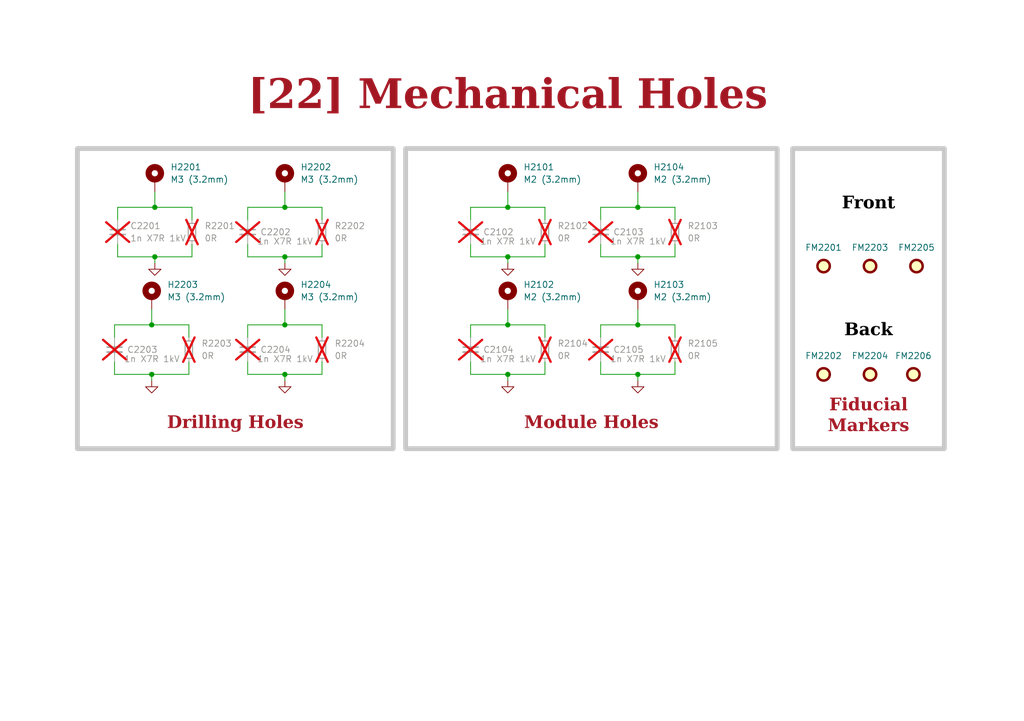
<source format=kicad_sch>
(kicad_sch (version 20231120) (generator "eeschema") (generator_version "8.0")
  (paper "A5")
  (lib_symbols
    (symbol "Device:C_Small" (pin_numbers hide) (pin_names (offset 0.254) hide)
      (property "Reference" "C" (at 0.254 1.778 0))
      (property "Value" "C_Small" (at 0.254 -2.032 0))
      (symbol "C_Small_0_1"
        (polyline (pts (xy -1.524 -0.508) (xy 1.524 -0.508)) (stroke (width 0.3302)))
        (polyline (pts (xy -1.524 0.508) (xy 1.524 0.508)) (stroke (width 0.3048)))
      )
      (symbol "C_Small_1_1"
        (pin passive line (at 0 2.54 270) (length 2.032) (name "~") (number "1"))
        (pin passive line (at 0 -2.54 90) (length 2.032) (name "~") (number "2"))
      )
    )
    (symbol "Device:R_Small" (pin_numbers hide) (pin_names (offset 0.254) hide)
      (property "Reference" "R" (at 0.762 0.508 0))
      (property "Value" "R_Small" (at 0.762 -1.016 0))
      (symbol "R_Small_0_1"
        (rectangle (start -0.762 1.778) (end 0.762 -1.778) (stroke (width 0.2032)))
      )
      (symbol "R_Small_1_1"
        (pin passive line (at 0 2.54 270) (length 0.762) (name "~") (number "1"))
        (pin passive line (at 0 -2.54 90) (length 0.762) (name "~") (number "2"))
      )
    )
    (symbol "Mechanical:Fiducial"
      (property "Reference" "FID" (at 0 5.08 0))
      (property "Value" "Fiducial" (at 0 3.175 0))
      (symbol "Fiducial_0_1"
        (circle (center 0 0) (radius 1.27) (stroke (width 0.508)) (fill (type background)))
      )
    )
    (symbol "Mechanical:MountingHole_Pad" (pin_numbers hide) (pin_names (offset 1.016) hide)
      (property "Reference" "H" (at 0 6.35 0))
      (property "Value" "MountingHole_Pad" (at 0 4.445 0))
      (symbol "MountingHole_Pad_0_1"
        (circle (center 0 1.27) (radius 1.27) (stroke (width 1.27)))
      )
      (symbol "MountingHole_Pad_1_1"
        (pin input line (at 0 -2.54 90) (length 2.54) (name "1") (number "1"))
      )
    )
    (symbol "power:GND" (power) (pin_names (offset 0))
      (property "Value" "GND" (at 0 -3.81 0))
      (symbol "GND_0_1"
        (polyline (pts (xy 0 0) (xy 0 -1.27) (xy 1.27 -1.27) (xy 0 -2.54) (xy -1.27 -1.27) (xy 0 -1.27)))
      )
      (symbol "GND_1_1"
        (pin power_in line (at 0 0 270) (length 0) hide (name "GND") (number "1"))
      )
    )
  )
  (junction (at 130.81 42.545))
  (junction (at 58.42 66.675))
  (junction (at 104.14 52.705))
  (junction (at 31.115 66.675))
  (junction (at 31.75 52.705))
  (junction (at 104.14 42.545))
  (junction (at 130.81 66.675))
  (junction (at 58.42 42.545))
  (junction (at 58.42 76.835))
  (junction (at 31.115 76.835))
  (junction (at 31.75 42.545))
  (junction (at 58.42 52.705))
  (junction (at 104.14 66.675))
  (junction (at 104.14 76.835))
  (junction (at 130.81 76.835))
  (junction (at 130.81 52.705))
  (wire (pts (xy 130.81 52.705) (xy 138.43 52.705)))
  (wire (pts (xy 66.04 74.295) (xy 66.04 76.835)))
  (wire (pts (xy 24.13 42.545) (xy 24.13 45.085)))
  (wire (pts (xy 50.8 52.705) (xy 58.42 52.705)))
  (wire (pts (xy 39.37 42.545) (xy 39.37 45.085)))
  (wire (pts (xy 23.495 66.675) (xy 23.495 69.215)))
  (wire (pts (xy 130.81 42.545) (xy 138.43 42.545)))
  (wire (pts (xy 130.81 66.675) (xy 123.19 66.675)))
  (wire (pts (xy 58.42 52.705) (xy 66.04 52.705)))
  (wire (pts (xy 31.115 66.675) (xy 38.735 66.675)))
  (wire (pts (xy 24.13 52.705) (xy 31.75 52.705)))
  (wire (pts (xy 104.14 76.835) (xy 104.14 78.105)))
  (wire (pts (xy 31.115 76.835) (xy 31.115 78.105)))
  (wire (pts (xy 50.8 66.675) (xy 50.8 69.215)))
  (wire (pts (xy 130.81 42.545) (xy 123.19 42.545)))
  (wire (pts (xy 130.81 76.835) (xy 138.43 76.835)))
  (wire (pts (xy 31.75 42.545) (xy 24.13 42.545)))
  (wire (pts (xy 39.37 50.165) (xy 39.37 52.705)))
  (wire (pts (xy 138.43 66.675) (xy 138.43 69.215)))
  (wire (pts (xy 130.81 66.675) (xy 138.43 66.675)))
  (wire (pts (xy 96.52 74.295) (xy 96.52 76.835)))
  (wire (pts (xy 96.52 76.835) (xy 104.14 76.835)))
  (wire (pts (xy 104.14 39.37) (xy 104.14 42.545)))
  (wire (pts (xy 111.76 66.675) (xy 111.76 69.215)))
  (wire (pts (xy 24.13 50.165) (xy 24.13 52.705)))
  (wire (pts (xy 50.8 50.165) (xy 50.8 52.705)))
  (wire (pts (xy 96.52 50.165) (xy 96.52 52.705)))
  (wire (pts (xy 58.42 66.675) (xy 50.8 66.675)))
  (wire (pts (xy 96.52 42.545) (xy 96.52 45.085)))
  (wire (pts (xy 123.19 74.295) (xy 123.19 76.835)))
  (wire (pts (xy 31.75 52.705) (xy 31.75 53.975)))
  (wire (pts (xy 58.42 42.545) (xy 66.04 42.545)))
  (wire (pts (xy 31.75 39.37) (xy 31.75 42.545)))
  (wire (pts (xy 123.19 52.705) (xy 130.81 52.705)))
  (wire (pts (xy 104.14 63.5) (xy 104.14 66.675)))
  (wire (pts (xy 58.42 39.37) (xy 58.42 42.545)))
  (wire (pts (xy 58.42 42.545) (xy 50.8 42.545)))
  (wire (pts (xy 130.81 52.705) (xy 130.81 53.975)))
  (wire (pts (xy 123.19 42.545) (xy 123.19 45.085)))
  (wire (pts (xy 58.42 66.675) (xy 66.04 66.675)))
  (wire (pts (xy 104.14 52.705) (xy 104.14 53.975)))
  (wire (pts (xy 130.81 63.5) (xy 130.81 66.675)))
  (wire (pts (xy 96.52 66.675) (xy 96.52 69.215)))
  (wire (pts (xy 66.04 66.675) (xy 66.04 69.215)))
  (wire (pts (xy 31.115 66.675) (xy 23.495 66.675)))
  (wire (pts (xy 104.14 42.545) (xy 111.76 42.545)))
  (wire (pts (xy 104.14 52.705) (xy 111.76 52.705)))
  (wire (pts (xy 138.43 50.165) (xy 138.43 52.705)))
  (wire (pts (xy 31.115 63.5) (xy 31.115 66.675)))
  (wire (pts (xy 123.19 76.835) (xy 130.81 76.835)))
  (wire (pts (xy 104.14 66.675) (xy 96.52 66.675)))
  (wire (pts (xy 66.04 50.165) (xy 66.04 52.705)))
  (wire (pts (xy 38.735 66.675) (xy 38.735 69.215)))
  (wire (pts (xy 111.76 74.295) (xy 111.76 76.835)))
  (wire (pts (xy 50.8 42.545) (xy 50.8 45.085)))
  (wire (pts (xy 50.8 74.295) (xy 50.8 76.835)))
  (wire (pts (xy 23.495 74.295) (xy 23.495 76.835)))
  (wire (pts (xy 31.75 42.545) (xy 39.37 42.545)))
  (wire (pts (xy 50.8 76.835) (xy 58.42 76.835)))
  (wire (pts (xy 66.04 42.545) (xy 66.04 45.085)))
  (wire (pts (xy 104.14 66.675) (xy 111.76 66.675)))
  (wire (pts (xy 123.19 66.675) (xy 123.19 69.215)))
  (wire (pts (xy 58.42 63.5) (xy 58.42 66.675)))
  (wire (pts (xy 104.14 76.835) (xy 111.76 76.835)))
  (wire (pts (xy 111.76 50.165) (xy 111.76 52.705)))
  (wire (pts (xy 138.43 74.295) (xy 138.43 76.835)))
  (wire (pts (xy 58.42 76.835) (xy 58.42 78.105)))
  (wire (pts (xy 31.115 76.835) (xy 38.735 76.835)))
  (wire (pts (xy 123.19 50.165) (xy 123.19 52.705)))
  (wire (pts (xy 58.42 76.835) (xy 66.04 76.835)))
  (wire (pts (xy 96.52 52.705) (xy 104.14 52.705)))
  (wire (pts (xy 58.42 52.705) (xy 58.42 53.975)))
  (wire (pts (xy 138.43 42.545) (xy 138.43 45.085)))
  (wire (pts (xy 130.81 39.37) (xy 130.81 42.545)))
  (wire (pts (xy 130.81 76.835) (xy 130.81 78.105)))
  (wire (pts (xy 38.735 74.295) (xy 38.735 76.835)))
  (wire (pts (xy 31.75 52.705) (xy 39.37 52.705)))
  (wire (pts (xy 111.76 42.545) (xy 111.76 45.085)))
  (wire (pts (xy 104.14 42.545) (xy 96.52 42.545)))
  (wire (pts (xy 23.495 76.835) (xy 31.115 76.835)))
  (rectangle (start 83.185 30.48) (end 159.385 92.075) (stroke (width 1) (color 200 200 200 1)))
  (rectangle (start 162.56 30.48) (end 193.675 92.075) (stroke (width 1) (color 200 200 200 1)))
  (rectangle (start 15.875 30.48) (end 80.645 92.075) (stroke (width 1) (color 200 200 200 1)))
  (text_box "Module Holes" (at 83.185 82.55 0) (size 76.2 7.62) (stroke (width -0.0001)) (effects (font (size 2.54 2.54) (thickness 0.508) (bold yes)) (justify bottom)))
  (text_box "Back" (at 162.56 61.595 0) (size 31.115 9.525) (stroke (width -0.0001)) (effects (font (size 2.54 2.54) (thickness 0.508) (bold yes)) (justify bottom)))
  (text_box "Fiducial Markers" (at 162.56 81.915 0) (size 31.115 8.89) (stroke (width -0.0001)) (effects (font (size 2.54 2.54) (thickness 0.508) (bold yes)) (justify bottom)))
  (text_box "Front" (at 162.56 35.56 0) (size 31.115 9.525) (stroke (width -0.0001)) (effects (font (size 2.54 2.54) (thickness 0.508) (bold yes)) (justify bottom)))
  (text_box "Drilling Holes" (at 15.875 82.55 0) (size 64.77 7.62) (stroke (width -0.0001)) (effects (font (size 2.54 2.54) (thickness 0.508) (bold yes)) (justify bottom)))
  (text_box "[22] Mechanical Holes" (at 12.065 13.335 0) (size 184.15 12.7) (stroke (width -0.0001)) (effects (font (size 6 6) (thickness 1.2) (bold yes))))
  (symbol (lib_id "power:GND") (at 130.81 53.975 0) (unit 1)
    (property "Reference" "#PWR02104" (effects (hide yes)))
    (property "Value" "GND" (effects (hide yes)))
    (instances (project "smps_legged_robot" (path "" (reference "#PWR02104") (unit 1))) (project "nav_lower_controller" (path "" (reference "#PWR023") (unit 1))) (project "nav_controller_interface_v2" (path "" (reference "#PWR0501") (unit 1))))
  )
  (symbol (lib_id "Mechanical:MountingHole_Pad") (at 31.115 60.96 0) (unit 1) (in_bom no)
    (property "Reference" "H2203" (at 34.29 58.4199 0) (effects (justify left)))
    (property "Value" "M3 (3.2mm)" (at 34.29 60.9599 0) (effects (justify left)))
    (property "Footprint" "MountingHole:MountingHole_3.2mm_M3_Pad_Via" (effects (hide yes)))
    (instances (project "smps_legged_robot" (path "" (reference "H2203") (unit 1))) (project "nav_lower_controller" (path "" (reference "H5") (unit 1))) (project "nav_controller_interface_v2" (path "" (reference "H501") (unit 1))))
  )
  (symbol (lib_id "Device:R_Small") (at 66.04 47.625 0) (unit 1) (in_bom no) (dnp yes)
    (property "Reference" "R2202" (at 68.58 46.355 0) (effects (justify left)))
    (property "Value" "0R" (at 68.58 48.895 0) (effects (justify left)))
    (property "Footprint" "0_resistor_smd:R_0603_1608_DensityHigh" (effects (hide yes)))
    (property "Datasheet" "https://www.vishay.com/docs/20043/crcwhpe3.pdf" (effects (hide yes)))
    (property "Description" "0 Ohms Jumper Chip Resistor 0603 (1608 Metric) Automotive AEC-Q200, Pulse Withstanding Thick Film" (effects (hide yes)))
    (property "Manufacturer" "Vishay" (effects (hide yes)))
    (property "Manufacturer Part Number" "CRCW06030000Z0EAHP" (effects (hide yes)))
    (property "Supplier 1" "Digikey" (effects (hide yes)))
    (property "Supplier Part Number 1" "541-0.0SBCT-ND" (effects (hide yes)))
  )
  (symbol (lib_id "Mechanical:Fiducial") (at 187.325 76.835 0) (unit 1) (in_bom no)
    (property "Reference" "FM2206" (at 187.325 73.025 0))
    (property "Value" "Fiducial" (effects (hide yes)))
    (property "Footprint" "0_fiducials:Fiducial_1mm_Mask2mm" (effects (hide yes)))
  )
  (symbol (lib_id "Mechanical:MountingHole_Pad") (at 58.42 36.83 0) (unit 1) (in_bom no)
    (property "Reference" "H2202" (at 61.595 34.2899 0) (effects (justify left)))
    (property "Value" "M3 (3.2mm)" (at 61.595 36.8299 0) (effects (justify left)))
    (property "Footprint" "MountingHole:MountingHole_3.2mm_M3_Pad_Via" (effects (hide yes)))
    (instances (project "smps_legged_robot" (path "" (reference "H2202") (unit 1))) (project "nav_lower_controller" (path "" (reference "H5") (unit 1))) (project "nav_controller_interface_v2" (path "" (reference "H501") (unit 1))))
  )
  (symbol (lib_id "Device:C_Small") (at 50.8 47.625 0) (unit 1) (in_bom no) (dnp yes)
    (property "Reference" "C2202" (at 53.34 47.625 0) (effects (justify left)))
    (property "Value" "1n X7R 1kV" (at 52.705 49.53 0) (effects (justify left)))
    (property "Footprint" "0_capacitor_smd:C_0603_1608_DensityHigh" (effects (hide yes)))
    (property "Datasheet" "https://connect.kemet.com:7667/gateway/IntelliData-ComponentDocumentation/1.0/download/specsheet/C0603V102KDRAC7867" (effects (hide yes)))
    (property "Description" "1000 pF ±10% 1000V (1kV) Ceramic Capacitor X7R 0603 (1608 Metric)" (effects (hide yes)))
    (property "Manufacturer" "KEMET" (effects (hide yes)))
    (property "Manufacturer Part Number" "C0603V102KDRAC7867" (effects (hide yes)))
    (property "Supplier 1" "Digikey" (effects (hide yes)))
    (property "Supplier Part Number 1" "399-12306-1-ND" (effects (hide yes)))
  )
  (symbol (lib_id "Mechanical:Fiducial") (at 168.91 54.61 0) (unit 1) (in_bom no)
    (property "Reference" "FM2201" (at 168.91 50.8 0))
    (property "Value" "Fiducial" (effects (hide yes)))
    (property "Footprint" "0_fiducials:Fiducial_1mm_Mask2mm" (effects (hide yes)))
  )
  (symbol (lib_id "Mechanical:Fiducial") (at 178.435 54.61 0) (unit 1) (in_bom no)
    (property "Reference" "FM2203" (at 178.435 50.8 0))
    (property "Value" "Fiducial" (effects (hide yes)))
    (property "Footprint" "0_fiducials:Fiducial_1mm_Mask2mm" (effects (hide yes)))
  )
  (symbol (lib_id "Mechanical:MountingHole_Pad") (at 130.81 36.83 0) (unit 1) (in_bom no)
    (property "Reference" "H2104" (at 133.985 34.2899 0) (effects (justify left)))
    (property "Value" "M2 (3.2mm)" (at 133.985 36.8299 0) (effects (justify left)))
    (property "Footprint" "MountingHole:MountingHole_2.2mm_M2_Pad_Via" (effects (hide yes)))
    (instances (project "smps_legged_robot" (path "" (reference "H2104") (unit 1))) (project "nav_lower_controller" (path "" (reference "H5") (unit 1))) (project "nav_controller_interface_v2" (path "" (reference "H501") (unit 1))))
  )
  (symbol (lib_id "Device:R_Small") (at 66.04 71.755 0) (unit 1) (in_bom no) (dnp yes)
    (property "Reference" "R2204" (at 68.58 70.485 0) (effects (justify left)))
    (property "Value" "0R" (at 68.58 73.025 0) (effects (justify left)))
    (property "Footprint" "0_resistor_smd:R_0603_1608_DensityHigh" (effects (hide yes)))
    (property "Datasheet" "https://www.vishay.com/docs/20043/crcwhpe3.pdf" (effects (hide yes)))
    (property "Description" "0 Ohms Jumper Chip Resistor 0603 (1608 Metric) Automotive AEC-Q200, Pulse Withstanding Thick Film" (effects (hide yes)))
    (property "Manufacturer" "Vishay" (effects (hide yes)))
    (property "Manufacturer Part Number" "CRCW06030000Z0EAHP" (effects (hide yes)))
    (property "Supplier 1" "Digikey" (effects (hide yes)))
    (property "Supplier Part Number 1" "541-0.0SBCT-ND" (effects (hide yes)))
  )
  (symbol (lib_id "Mechanical:Fiducial") (at 187.96 54.61 0) (unit 1) (in_bom no)
    (property "Reference" "FM2205" (at 187.96 50.8 0))
    (property "Value" "Fiducial" (effects (hide yes)))
    (property "Footprint" "0_fiducials:Fiducial_1mm_Mask2mm" (effects (hide yes)))
  )
  (symbol (lib_id "power:GND") (at 104.14 78.105 0) (unit 1)
    (property "Reference" "#PWR02105" (effects (hide yes)))
    (property "Value" "GND" (effects (hide yes)))
    (instances (project "smps_legged_robot" (path "" (reference "#PWR02105") (unit 1))) (project "nav_lower_controller" (path "" (reference "#PWR023") (unit 1))) (project "nav_controller_interface_v2" (path "" (reference "#PWR0501") (unit 1))))
  )
  (symbol (lib_id "Device:R_Small") (at 138.43 47.625 0) (unit 1) (in_bom no) (dnp yes)
    (property "Reference" "R2103" (at 140.97 46.355 0) (effects (justify left)))
    (property "Value" "0R" (at 140.97 48.895 0) (effects (justify left)))
    (property "Footprint" "0_resistor_smd:R_0603_1608_DensityHigh" (effects (hide yes)))
    (property "Datasheet" "https://www.vishay.com/docs/20043/crcwhpe3.pdf" (effects (hide yes)))
    (property "Description" "0 Ohms Jumper Chip Resistor 0603 (1608 Metric) Automotive AEC-Q200, Pulse Withstanding Thick Film" (effects (hide yes)))
    (property "Manufacturer" "Vishay" (effects (hide yes)))
    (property "Manufacturer Part Number" "CRCW06030000Z0EAHP" (effects (hide yes)))
    (property "Supplier 1" "Digikey" (effects (hide yes)))
    (property "Supplier Part Number 1" "541-0.0SBCT-ND" (effects (hide yes)))
  )
  (symbol (lib_id "power:GND") (at 31.115 78.105 0) (unit 1)
    (property "Reference" "#PWR02206" (effects (hide yes)))
    (property "Value" "GND" (effects (hide yes)))
    (instances (project "smps_legged_robot" (path "" (reference "#PWR02206") (unit 1))) (project "nav_lower_controller" (path "" (reference "#PWR023") (unit 1))) (project "nav_controller_interface_v2" (path "" (reference "#PWR0501") (unit 1))))
  )
  (symbol (lib_id "Mechanical:MountingHole_Pad") (at 104.14 36.83 0) (unit 1) (in_bom no)
    (property "Reference" "H2101" (at 107.315 34.2899 0) (effects (justify left)))
    (property "Value" "M2 (3.2mm)" (at 107.315 36.8299 0) (effects (justify left)))
    (property "Footprint" "MountingHole:MountingHole_2.2mm_M2_Pad_Via" (effects (hide yes)))
    (instances (project "smps_legged_robot" (path "" (reference "H2101") (unit 1))) (project "nav_lower_controller" (path "" (reference "H5") (unit 1))) (project "nav_controller_interface_v2" (path "" (reference "H501") (unit 1))))
  )
  (symbol (lib_id "Device:C_Small") (at 24.13 47.625 0) (unit 1) (in_bom no) (dnp yes)
    (property "Reference" "C2201" (at 26.67 46.355 0) (effects (justify left)))
    (property "Value" "1n X7R 1kV" (at 26.67 48.895 0) (effects (justify left)))
    (property "Footprint" "0_capacitor_smd:C_0603_1608_DensityHigh" (effects (hide yes)))
    (property "Datasheet" "https://connect.kemet.com:7667/gateway/IntelliData-ComponentDocumentation/1.0/download/specsheet/C0603V102KDRAC7867" (effects (hide yes)))
    (property "Description" "1000 pF ±10% 1000V (1kV) Ceramic Capacitor X7R 0603 (1608 Metric)" (effects (hide yes)))
    (property "Manufacturer" "KEMET" (effects (hide yes)))
    (property "Manufacturer Part Number" "C0603V102KDRAC7867" (effects (hide yes)))
    (property "Supplier 1" "Digikey" (effects (hide yes)))
    (property "Supplier Part Number 1" "399-12306-1-ND" (effects (hide yes)))
  )
  (symbol (lib_id "Mechanical:MountingHole_Pad") (at 31.75 36.83 0) (unit 1) (in_bom no)
    (property "Reference" "H2201" (at 34.925 34.2899 0) (effects (justify left)))
    (property "Value" "M3 (3.2mm)" (at 34.925 36.8299 0) (effects (justify left)))
    (property "Footprint" "MountingHole:MountingHole_3.2mm_M3_Pad_Via" (effects (hide yes)))
    (instances (project "smps_legged_robot" (path "" (reference "H2201") (unit 1))) (project "nav_lower_controller" (path "" (reference "H5") (unit 1))) (project "nav_controller_interface_v2" (path "" (reference "H501") (unit 1))))
  )
  (symbol (lib_id "Device:C_Small") (at 123.19 47.625 0) (unit 1) (in_bom no) (dnp yes)
    (property "Reference" "C2103" (at 125.73 47.625 0) (effects (justify left)))
    (property "Value" "1n X7R 1kV" (at 125.095 49.53 0) (effects (justify left)))
    (property "Footprint" "0_capacitor_smd:C_0603_1608_DensityHigh" (effects (hide yes)))
    (property "Datasheet" "https://connect.kemet.com:7667/gateway/IntelliData-ComponentDocumentation/1.0/download/specsheet/C0603V102KDRAC7867" (effects (hide yes)))
    (property "Description" "1000 pF ±10% 1000V (1kV) Ceramic Capacitor X7R 0603 (1608 Metric)" (effects (hide yes)))
    (property "Manufacturer" "KEMET" (effects (hide yes)))
    (property "Manufacturer Part Number" "C0603V102KDRAC7867" (effects (hide yes)))
    (property "Supplier 1" "Digikey" (effects (hide yes)))
    (property "Supplier Part Number 1" "399-12306-1-ND" (effects (hide yes)))
  )
  (symbol (lib_id "power:GND") (at 104.14 53.975 0) (unit 1)
    (property "Reference" "#PWR02103" (effects (hide yes)))
    (property "Value" "GND" (effects (hide yes)))
    (instances (project "smps_legged_robot" (path "" (reference "#PWR02103") (unit 1))) (project "nav_lower_controller" (path "" (reference "#PWR023") (unit 1))) (project "nav_controller_interface_v2" (path "" (reference "#PWR0501") (unit 1))))
  )
  (symbol (lib_id "Device:C_Small") (at 96.52 47.625 0) (unit 1) (in_bom no) (dnp yes)
    (property "Reference" "C2102" (at 99.06 47.625 0) (effects (justify left)))
    (property "Value" "1n X7R 1kV" (at 98.425 49.53 0) (effects (justify left)))
    (property "Footprint" "0_capacitor_smd:C_0603_1608_DensityHigh" (effects (hide yes)))
    (property "Datasheet" "https://connect.kemet.com:7667/gateway/IntelliData-ComponentDocumentation/1.0/download/specsheet/C0603V102KDRAC7867" (effects (hide yes)))
    (property "Description" "1000 pF ±10% 1000V (1kV) Ceramic Capacitor X7R 0603 (1608 Metric)" (effects (hide yes)))
    (property "Manufacturer" "KEMET" (effects (hide yes)))
    (property "Manufacturer Part Number" "C0603V102KDRAC7867" (effects (hide yes)))
    (property "Supplier 1" "Digikey" (effects (hide yes)))
    (property "Supplier Part Number 1" "399-12306-1-ND" (effects (hide yes)))
  )
  (symbol (lib_id "Mechanical:MountingHole_Pad") (at 58.42 60.96 0) (unit 1) (in_bom no)
    (property "Reference" "H2204" (at 61.595 58.4199 0) (effects (justify left)))
    (property "Value" "M3 (3.2mm)" (at 61.595 60.9599 0) (effects (justify left)))
    (property "Footprint" "MountingHole:MountingHole_3.2mm_M3_Pad_Via" (effects (hide yes)))
    (instances (project "smps_legged_robot" (path "" (reference "H2204") (unit 1))) (project "nav_lower_controller" (path "" (reference "H5") (unit 1))) (project "nav_controller_interface_v2" (path "" (reference "H501") (unit 1))))
  )
  (symbol (lib_id "Device:R_Small") (at 111.76 47.625 0) (unit 1) (in_bom no) (dnp yes)
    (property "Reference" "R2102" (at 114.3 46.355 0) (effects (justify left)))
    (property "Value" "0R" (at 114.3 48.895 0) (effects (justify left)))
    (property "Footprint" "0_resistor_smd:R_0603_1608_DensityHigh" (effects (hide yes)))
    (property "Datasheet" "https://www.vishay.com/docs/20043/crcwhpe3.pdf" (effects (hide yes)))
    (property "Description" "0 Ohms Jumper Chip Resistor 0603 (1608 Metric) Automotive AEC-Q200, Pulse Withstanding Thick Film" (effects (hide yes)))
    (property "Manufacturer" "Vishay" (effects (hide yes)))
    (property "Manufacturer Part Number" "CRCW06030000Z0EAHP" (effects (hide yes)))
    (property "Supplier 1" "Digikey" (effects (hide yes)))
    (property "Supplier Part Number 1" "541-0.0SBCT-ND" (effects (hide yes)))
  )
  (symbol (lib_id "power:GND") (at 58.42 53.975 0) (unit 1)
    (property "Reference" "#PWR02204" (effects (hide yes)))
    (property "Value" "GND" (effects (hide yes)))
    (instances (project "smps_legged_robot" (path "" (reference "#PWR02204") (unit 1))) (project "nav_lower_controller" (path "" (reference "#PWR023") (unit 1))) (project "nav_controller_interface_v2" (path "" (reference "#PWR0501") (unit 1))))
  )
  (symbol (lib_id "Mechanical:MountingHole_Pad") (at 104.14 60.96 0) (unit 1) (in_bom no)
    (property "Reference" "H2102" (at 107.315 58.4199 0) (effects (justify left)))
    (property "Value" "M2 (3.2mm)" (at 107.315 60.9599 0) (effects (justify left)))
    (property "Footprint" "MountingHole:MountingHole_2.2mm_M2_Pad_Via" (effects (hide yes)))
    (instances (project "smps_legged_robot" (path "" (reference "H2102") (unit 1))) (project "nav_lower_controller" (path "" (reference "H5") (unit 1))) (project "nav_controller_interface_v2" (path "" (reference "H501") (unit 1))))
  )
  (symbol (lib_id "Device:R_Small") (at 38.735 71.755 0) (unit 1) (in_bom no) (dnp yes)
    (property "Reference" "R2203" (at 41.275 70.485 0) (effects (justify left)))
    (property "Value" "0R" (at 41.275 73.025 0) (effects (justify left)))
    (property "Footprint" "0_resistor_smd:R_0603_1608_DensityHigh" (effects (hide yes)))
    (property "Datasheet" "https://www.vishay.com/docs/20043/crcwhpe3.pdf" (effects (hide yes)))
    (property "Description" "0 Ohms Jumper Chip Resistor 0603 (1608 Metric) Automotive AEC-Q200, Pulse Withstanding Thick Film" (effects (hide yes)))
    (property "Manufacturer" "Vishay" (effects (hide yes)))
    (property "Manufacturer Part Number" "CRCW06030000Z0EAHP" (effects (hide yes)))
    (property "Supplier 1" "Digikey" (effects (hide yes)))
    (property "Supplier Part Number 1" "541-0.0SBCT-ND" (effects (hide yes)))
  )
  (symbol (lib_id "Device:R_Small") (at 138.43 71.755 0) (unit 1) (in_bom no) (dnp yes)
    (property "Reference" "R2105" (at 140.97 70.485 0) (effects (justify left)))
    (property "Value" "0R" (at 140.97 73.025 0) (effects (justify left)))
    (property "Footprint" "0_resistor_smd:R_0603_1608_DensityHigh" (effects (hide yes)))
    (property "Datasheet" "https://www.vishay.com/docs/20043/crcwhpe3.pdf" (effects (hide yes)))
    (property "Description" "0 Ohms Jumper Chip Resistor 0603 (1608 Metric) Automotive AEC-Q200, Pulse Withstanding Thick Film" (effects (hide yes)))
    (property "Manufacturer" "Vishay" (effects (hide yes)))
    (property "Manufacturer Part Number" "CRCW06030000Z0EAHP" (effects (hide yes)))
    (property "Supplier 1" "Digikey" (effects (hide yes)))
    (property "Supplier Part Number 1" "541-0.0SBCT-ND" (effects (hide yes)))
  )
  (symbol (lib_id "Device:C_Small") (at 96.52 71.755 0) (unit 1) (in_bom no) (dnp yes)
    (property "Reference" "C2104" (at 99.06 71.755 0) (effects (justify left)))
    (property "Value" "1n X7R 1kV" (at 98.425 73.66 0) (effects (justify left)))
    (property "Footprint" "0_capacitor_smd:C_0603_1608_DensityHigh" (effects (hide yes)))
    (property "Datasheet" "https://connect.kemet.com:7667/gateway/IntelliData-ComponentDocumentation/1.0/download/specsheet/C0603V102KDRAC7867" (effects (hide yes)))
    (property "Description" "1000 pF ±10% 1000V (1kV) Ceramic Capacitor X7R 0603 (1608 Metric)" (effects (hide yes)))
    (property "Manufacturer" "KEMET" (effects (hide yes)))
    (property "Manufacturer Part Number" "C0603V102KDRAC7867" (effects (hide yes)))
    (property "Supplier 1" "Digikey" (effects (hide yes)))
    (property "Supplier Part Number 1" "399-12306-1-ND" (effects (hide yes)))
  )
  (symbol (lib_id "Device:R_Small") (at 111.76 71.755 0) (unit 1) (in_bom no) (dnp yes)
    (property "Reference" "R2104" (at 114.3 70.485 0) (effects (justify left)))
    (property "Value" "0R" (at 114.3 73.025 0) (effects (justify left)))
    (property "Footprint" "0_resistor_smd:R_0603_1608_DensityHigh" (effects (hide yes)))
    (property "Datasheet" "https://www.vishay.com/docs/20043/crcwhpe3.pdf" (effects (hide yes)))
    (property "Description" "0 Ohms Jumper Chip Resistor 0603 (1608 Metric) Automotive AEC-Q200, Pulse Withstanding Thick Film" (effects (hide yes)))
    (property "Manufacturer" "Vishay" (effects (hide yes)))
    (property "Manufacturer Part Number" "CRCW06030000Z0EAHP" (effects (hide yes)))
    (property "Supplier 1" "Digikey" (effects (hide yes)))
    (property "Supplier Part Number 1" "541-0.0SBCT-ND" (effects (hide yes)))
  )
  (symbol (lib_id "Mechanical:Fiducial") (at 178.435 76.835 0) (unit 1) (in_bom no)
    (property "Reference" "FM2204" (at 178.435 73.025 0))
    (property "Value" "Fiducial" (effects (hide yes)))
    (property "Footprint" "0_fiducials:Fiducial_1mm_Mask2mm" (effects (hide yes)))
  )
  (symbol (lib_id "Device:R_Small") (at 39.37 47.625 0) (unit 1) (in_bom no) (dnp yes)
    (property "Reference" "R2201" (at 41.91 46.355 0) (effects (justify left)))
    (property "Value" "0R" (at 41.91 48.895 0) (effects (justify left)))
    (property "Footprint" "0_resistor_smd:R_0603_1608_DensityHigh" (effects (hide yes)))
    (property "Datasheet" "https://www.vishay.com/docs/20043/crcwhpe3.pdf" (effects (hide yes)))
    (property "Description" "0 Ohms Jumper Chip Resistor 0603 (1608 Metric) Automotive AEC-Q200, Pulse Withstanding Thick Film" (effects (hide yes)))
    (property "Manufacturer" "Vishay" (effects (hide yes)))
    (property "Manufacturer Part Number" "CRCW06030000Z0EAHP" (effects (hide yes)))
    (property "Supplier 1" "Digikey" (effects (hide yes)))
    (property "Supplier Part Number 1" "541-0.0SBCT-ND" (effects (hide yes)))
  )
  (symbol (lib_id "Mechanical:MountingHole_Pad") (at 130.81 60.96 0) (unit 1) (in_bom no)
    (property "Reference" "H2103" (at 133.985 58.4199 0) (effects (justify left)))
    (property "Value" "M2 (3.2mm)" (at 133.985 60.9599 0) (effects (justify left)))
    (property "Footprint" "MountingHole:MountingHole_2.2mm_M2_Pad_Via" (effects (hide yes)))
    (instances (project "smps_legged_robot" (path "" (reference "H2103") (unit 1))) (project "nav_lower_controller" (path "" (reference "H5") (unit 1))) (project "nav_controller_interface_v2" (path "" (reference "H501") (unit 1))))
  )
  (symbol (lib_id "power:GND") (at 130.81 78.105 0) (unit 1)
    (property "Reference" "#PWR02106" (effects (hide yes)))
    (property "Value" "GND" (effects (hide yes)))
    (instances (project "smps_legged_robot" (path "" (reference "#PWR02106") (unit 1))) (project "nav_lower_controller" (path "" (reference "#PWR023") (unit 1))) (project "nav_controller_interface_v2" (path "" (reference "#PWR0501") (unit 1))))
  )
  (symbol (lib_id "Device:C_Small") (at 23.495 71.755 0) (unit 1) (in_bom no) (dnp yes)
    (property "Reference" "C2203" (at 26.035 71.755 0) (effects (justify left)))
    (property "Value" "1n X7R 1kV" (at 25.4 73.66 0) (effects (justify left)))
    (property "Footprint" "0_capacitor_smd:C_0603_1608_DensityHigh" (effects (hide yes)))
    (property "Datasheet" "https://connect.kemet.com:7667/gateway/IntelliData-ComponentDocumentation/1.0/download/specsheet/C0603V102KDRAC7867" (effects (hide yes)))
    (property "Description" "1000 pF ±10% 1000V (1kV) Ceramic Capacitor X7R 0603 (1608 Metric)" (effects (hide yes)))
    (property "Manufacturer" "KEMET" (effects (hide yes)))
    (property "Manufacturer Part Number" "C0603V102KDRAC7867" (effects (hide yes)))
    (property "Supplier 1" "Digikey" (effects (hide yes)))
    (property "Supplier Part Number 1" "399-12306-1-ND" (effects (hide yes)))
  )
  (symbol (lib_id "power:GND") (at 58.42 78.105 0) (unit 1)
    (property "Reference" "#PWR02208" (effects (hide yes)))
    (property "Value" "GND" (effects (hide yes)))
    (instances (project "smps_legged_robot" (path "" (reference "#PWR02208") (unit 1))) (project "nav_lower_controller" (path "" (reference "#PWR023") (unit 1))) (project "nav_controller_interface_v2" (path "" (reference "#PWR0501") (unit 1))))
  )
  (symbol (lib_id "Device:C_Small") (at 123.19 71.755 0) (unit 1) (in_bom no) (dnp yes)
    (property "Reference" "C2105" (at 125.73 71.755 0) (effects (justify left)))
    (property "Value" "1n X7R 1kV" (at 125.095 73.66 0) (effects (justify left)))
    (property "Footprint" "0_capacitor_smd:C_0603_1608_DensityHigh" (effects (hide yes)))
    (property "Datasheet" "https://connect.kemet.com:7667/gateway/IntelliData-ComponentDocumentation/1.0/download/specsheet/C0603V102KDRAC7867" (effects (hide yes)))
    (property "Description" "1000 pF ±10% 1000V (1kV) Ceramic Capacitor X7R 0603 (1608 Metric)" (effects (hide yes)))
    (property "Manufacturer" "KEMET" (effects (hide yes)))
    (property "Manufacturer Part Number" "C0603V102KDRAC7867" (effects (hide yes)))
    (property "Supplier 1" "Digikey" (effects (hide yes)))
    (property "Supplier Part Number 1" "399-12306-1-ND" (effects (hide yes)))
  )
  (symbol (lib_id "power:GND") (at 31.75 53.975 0) (unit 1)
    (property "Reference" "#PWR02202" (effects (hide yes)))
    (property "Value" "GND" (effects (hide yes)))
    (instances (project "smps_legged_robot" (path "" (reference "#PWR02202") (unit 1))) (project "nav_lower_controller" (path "" (reference "#PWR023") (unit 1))) (project "nav_controller_interface_v2" (path "" (reference "#PWR0501") (unit 1))))
  )
  (symbol (lib_id "Mechanical:Fiducial") (at 168.91 76.835 0) (unit 1) (in_bom no)
    (property "Reference" "FM2202" (at 168.91 73.025 0))
    (property "Value" "Fiducial" (effects (hide yes)))
    (property "Footprint" "0_fiducials:Fiducial_1mm_Mask2mm" (effects (hide yes)))
  )
  (symbol (lib_id "Device:C_Small") (at 50.8 71.755 0) (unit 1) (in_bom no) (dnp yes)
    (property "Reference" "C2204" (at 53.34 71.755 0) (effects (justify left)))
    (property "Value" "1n X7R 1kV" (at 52.705 73.66 0) (effects (justify left)))
    (property "Footprint" "0_capacitor_smd:C_0603_1608_DensityHigh" (effects (hide yes)))
    (property "Datasheet" "https://connect.kemet.com:7667/gateway/IntelliData-ComponentDocumentation/1.0/download/specsheet/C0603V102KDRAC7867" (effects (hide yes)))
    (property "Description" "1000 pF ±10% 1000V (1kV) Ceramic Capacitor X7R 0603 (1608 Metric)" (effects (hide yes)))
    (property "Manufacturer" "KEMET" (effects (hide yes)))
    (property "Manufacturer Part Number" "C0603V102KDRAC7867" (effects (hide yes)))
    (property "Supplier 1" "Digikey" (effects (hide yes)))
    (property "Supplier Part Number 1" "399-12306-1-ND" (effects (hide yes)))
  )
)
</source>
